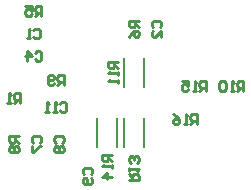
<source format=gbo>
G04*
G04 #@! TF.GenerationSoftware,Altium Limited,Altium Designer,25.1.2 (22)*
G04*
G04 Layer_Color=32896*
%FSLAX26Y26*%
%MOIN*%
G70*
G04*
G04 #@! TF.SameCoordinates,3C89DFF2-4D07-40C4-B63C-CCDB096C3DA4*
G04*
G04*
G04 #@! TF.FilePolarity,Positive*
G04*
G01*
G75*
%ADD12C,0.010000*%
%ADD13C,0.007874*%
D12*
X679987Y374005D02*
Y405995D01*
X663992D01*
X658661Y400663D01*
Y390000D01*
X663992Y384668D01*
X679987D01*
X669324D02*
X658661Y374005D01*
X647997D02*
X637334D01*
X642666D01*
Y405995D01*
X647997Y400663D01*
X600013Y405995D02*
X610676Y400663D01*
X621339Y390000D01*
Y379337D01*
X616008Y374005D01*
X605345D01*
X600013Y379337D01*
Y384668D01*
X605345Y390000D01*
X621339D01*
X709987Y484005D02*
Y515995D01*
X693992D01*
X688661Y510663D01*
Y500000D01*
X693992Y494668D01*
X709987D01*
X699324D02*
X688661Y484005D01*
X677997D02*
X667334D01*
X672666D01*
Y515995D01*
X677997Y510663D01*
X630013Y515995D02*
X651339D01*
Y500000D01*
X640676Y505332D01*
X635345D01*
X630013Y500000D01*
Y489337D01*
X635345Y484005D01*
X646008D01*
X651339Y489337D01*
X395995Y269987D02*
X364005D01*
Y253992D01*
X369337Y248661D01*
X380000D01*
X385332Y253992D01*
Y269987D01*
Y259324D02*
X395995Y248661D01*
Y237997D02*
Y227334D01*
Y232666D01*
X364005D01*
X369337Y237997D01*
X395995Y195345D02*
X364005D01*
X380000Y211339D01*
Y190013D01*
X454005Y185013D02*
X485995D01*
Y201008D01*
X480663Y206339D01*
X470000D01*
X464668Y201008D01*
Y185013D01*
Y195676D02*
X454005Y206339D01*
Y217003D02*
Y227666D01*
Y222334D01*
X485995D01*
X480663Y217003D01*
Y243661D02*
X485995Y248992D01*
Y259656D01*
X480663Y264987D01*
X475332D01*
X470000Y259656D01*
Y254324D01*
Y259656D01*
X464668Y264987D01*
X459337D01*
X454005Y259656D01*
Y248992D01*
X459337Y243661D01*
X415995Y579655D02*
X384005D01*
Y563661D01*
X389337Y558329D01*
X400000D01*
X405332Y563661D01*
Y579655D01*
Y568992D02*
X415995Y558329D01*
Y547666D02*
Y537003D01*
Y542334D01*
X384005D01*
X389337Y547666D01*
X415995Y521008D02*
Y510344D01*
Y515676D01*
X384005D01*
X389337Y521008D01*
X834987Y484005D02*
Y515995D01*
X818992D01*
X813661Y510663D01*
Y500000D01*
X818992Y494668D01*
X834987D01*
X824324D02*
X813661Y484005D01*
X802997D02*
X792334D01*
X797666D01*
Y515995D01*
X802997Y510663D01*
X776339D02*
X771008Y515995D01*
X760345D01*
X755013Y510663D01*
Y489337D01*
X760345Y484005D01*
X771008D01*
X776339Y489337D01*
Y510663D01*
X236658Y504005D02*
Y535995D01*
X220663D01*
X215332Y530663D01*
Y520000D01*
X220663Y514668D01*
X236658D01*
X225995D02*
X215332Y504005D01*
X204668Y509337D02*
X199337Y504005D01*
X188673D01*
X183342Y509337D01*
Y530663D01*
X188673Y535995D01*
X199337D01*
X204668Y530663D01*
Y525332D01*
X199337Y520000D01*
X183342D01*
X85995Y331658D02*
X54005D01*
Y315663D01*
X59337Y310332D01*
X70000D01*
X75332Y315663D01*
Y331658D01*
Y320995D02*
X85995Y310332D01*
X59337Y299668D02*
X54005Y294337D01*
Y283673D01*
X59337Y278342D01*
X64668D01*
X70000Y283673D01*
X75332Y278342D01*
X80663D01*
X85995Y283673D01*
Y294337D01*
X80663Y299668D01*
X75332D01*
X70000Y294337D01*
X64668Y299668D01*
X59337D01*
X70000Y294337D02*
Y283673D01*
X485995Y716658D02*
X454005D01*
Y700663D01*
X459337Y695332D01*
X470000D01*
X475332Y700663D01*
Y716658D01*
Y705995D02*
X485995Y695332D01*
X454005Y663342D02*
X459337Y674005D01*
X470000Y684668D01*
X480663D01*
X485995Y679337D01*
Y668673D01*
X480663Y663342D01*
X475332D01*
X470000Y668673D01*
Y684668D01*
X161658Y734005D02*
Y765995D01*
X145663D01*
X140332Y760663D01*
Y750000D01*
X145663Y744668D01*
X161658D01*
X150995D02*
X140332Y734005D01*
X108342Y765995D02*
X129668D01*
Y750000D01*
X119005Y755332D01*
X113674D01*
X108342Y750000D01*
Y739337D01*
X113674Y734005D01*
X124337D01*
X129668Y739337D01*
X91326Y444005D02*
Y475995D01*
X75332D01*
X70000Y470663D01*
Y460000D01*
X75332Y454668D01*
X91326D01*
X80663D02*
X70000Y444005D01*
X59337D02*
X48673D01*
X54005D01*
Y475995D01*
X59337Y470663D01*
X223329Y440663D02*
X228661Y445995D01*
X239324D01*
X244655Y440663D01*
Y419337D01*
X239324Y414005D01*
X228661D01*
X223329Y419337D01*
X212666Y414005D02*
X202002D01*
X207334D01*
Y445995D01*
X212666Y440663D01*
X186008Y414005D02*
X175345D01*
X180676D01*
Y445995D01*
X186008Y440663D01*
X304337Y205332D02*
X299005Y210663D01*
Y221326D01*
X304337Y226658D01*
X325663D01*
X330995Y221326D01*
Y210663D01*
X325663Y205332D01*
Y194668D02*
X330995Y189337D01*
Y178673D01*
X325663Y173342D01*
X304337D01*
X299005Y178673D01*
Y189337D01*
X304337Y194668D01*
X309668D01*
X315000Y189337D01*
Y173342D01*
X209337Y310332D02*
X204005Y315663D01*
Y326326D01*
X209337Y331658D01*
X230663D01*
X235995Y326326D01*
Y315663D01*
X230663Y310332D01*
X209337Y299668D02*
X204005Y294337D01*
Y283673D01*
X209337Y278342D01*
X214668D01*
X220000Y283673D01*
X225332Y278342D01*
X230663D01*
X235995Y283673D01*
Y294337D01*
X230663Y299668D01*
X225332D01*
X220000Y294337D01*
X214668Y299668D01*
X209337D01*
X220000Y294337D02*
Y283673D01*
X134337Y310332D02*
X129005Y315663D01*
Y326326D01*
X134337Y331658D01*
X155663D01*
X160995Y326326D01*
Y315663D01*
X155663Y310332D01*
X129005Y299668D02*
Y278342D01*
X134337D01*
X155663Y299668D01*
X160995D01*
X140332Y610663D02*
X145663Y615995D01*
X156326D01*
X161658Y610663D01*
Y589337D01*
X156326Y584005D01*
X145663D01*
X140332Y589337D01*
X113674Y584005D02*
Y615995D01*
X129668Y600000D01*
X108342D01*
X534337Y695332D02*
X529005Y700663D01*
Y711326D01*
X534337Y716658D01*
X555663D01*
X560995Y711326D01*
Y700663D01*
X555663Y695332D01*
X560995Y663342D02*
Y684668D01*
X539668Y663342D01*
X534337D01*
X529005Y668673D01*
Y679337D01*
X534337Y684668D01*
X135000Y685663D02*
X140332Y690995D01*
X150995D01*
X156326Y685663D01*
Y664337D01*
X150995Y659005D01*
X140332D01*
X135000Y664337D01*
X124337Y659005D02*
X113674D01*
X119005D01*
Y690995D01*
X124337Y685663D01*
D13*
X436297Y297517D02*
Y392483D01*
X503703Y297517D02*
Y392483D01*
Y497517D02*
Y592483D01*
X436297Y497517D02*
Y592483D01*
X346297Y297517D02*
Y392483D01*
X413703Y297517D02*
Y392483D01*
M02*

</source>
